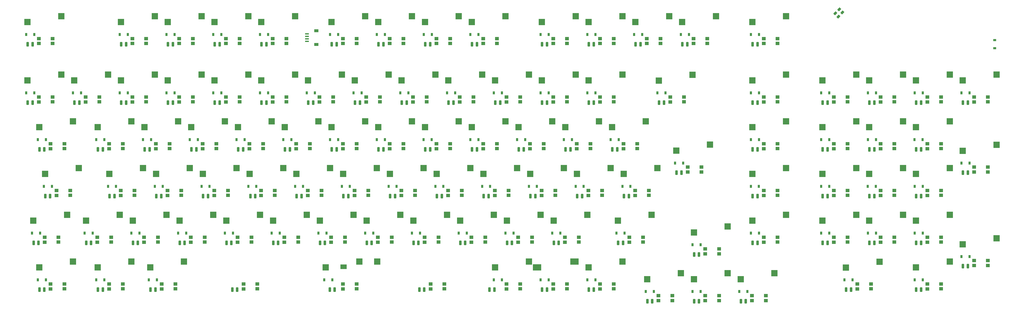
<source format=gbr>
%TF.GenerationSoftware,KiCad,Pcbnew,(6.0.4)*%
%TF.CreationDate,2022-05-20T16:58:25+02:00*%
%TF.ProjectId,pcb-rounded,7063622d-726f-4756-9e64-65642e6b6963,rev?*%
%TF.SameCoordinates,Original*%
%TF.FileFunction,Paste,Bot*%
%TF.FilePolarity,Positive*%
%FSLAX46Y46*%
G04 Gerber Fmt 4.6, Leading zero omitted, Abs format (unit mm)*
G04 Created by KiCad (PCBNEW (6.0.4)) date 2022-05-20 16:58:25*
%MOMM*%
%LPD*%
G01*
G04 APERTURE LIST*
G04 Aperture macros list*
%AMRoundRect*
0 Rectangle with rounded corners*
0 $1 Rounding radius*
0 $2 $3 $4 $5 $6 $7 $8 $9 X,Y pos of 4 corners*
0 Add a 4 corners polygon primitive as box body*
4,1,4,$2,$3,$4,$5,$6,$7,$8,$9,$2,$3,0*
0 Add four circle primitives for the rounded corners*
1,1,$1+$1,$2,$3*
1,1,$1+$1,$4,$5*
1,1,$1+$1,$6,$7*
1,1,$1+$1,$8,$9*
0 Add four rect primitives between the rounded corners*
20,1,$1+$1,$2,$3,$4,$5,0*
20,1,$1+$1,$4,$5,$6,$7,0*
20,1,$1+$1,$6,$7,$8,$9,0*
20,1,$1+$1,$8,$9,$2,$3,0*%
G04 Aperture macros list end*
%ADD10R,1.600000X1.400000*%
%ADD11R,1.600000X1.420000*%
%ADD12R,1.600000X1.380000*%
%ADD13R,2.550000X2.500000*%
%ADD14R,2.570500X1.878000*%
%ADD15R,3.500998X2.500000*%
%ADD16R,3.349250X2.500000*%
%ADD17R,0.900000X1.200000*%
%ADD18RoundRect,0.250000X0.250000X0.700000X-0.250000X0.700000X-0.250000X-0.700000X0.250000X-0.700000X0*%
%ADD19RoundRect,0.250000X0.503814X0.132583X0.132583X0.503814X-0.503814X-0.132583X-0.132583X-0.503814X0*%
%ADD20R,1.800000X1.200000*%
%ADD21R,1.550000X0.600000*%
%ADD22R,1.200000X0.900000*%
G04 APERTURE END LIST*
D10*
%TO.C,D150*%
X465556250Y-223547500D03*
D11*
X465556250Y-221557500D03*
D10*
X459956250Y-221557500D03*
D12*
X459956250Y-223557500D03*
%TD*%
D10*
%TO.C,D190*%
X132181250Y-280697500D03*
D11*
X132181250Y-278707500D03*
D10*
X126581250Y-278707500D03*
D12*
X126581250Y-280707500D03*
%TD*%
D10*
%TO.C,D180*%
X298868750Y-261647500D03*
D11*
X298868750Y-259657500D03*
D10*
X293268750Y-259657500D03*
D12*
X293268750Y-261657500D03*
%TD*%
D10*
%TO.C,D115*%
X103606250Y-204497500D03*
D11*
X103606250Y-202507500D03*
D10*
X98006250Y-202507500D03*
D12*
X98006250Y-204507500D03*
%TD*%
D10*
%TO.C,D119*%
X179806250Y-204497500D03*
D11*
X179806250Y-202507500D03*
D10*
X174206250Y-202507500D03*
D12*
X174206250Y-204507500D03*
%TD*%
D13*
%TO.C,MX13*%
X373796250Y-169545000D03*
X360066250Y-171965000D03*
%TD*%
D10*
%TO.C,D135*%
X132181250Y-223547500D03*
D11*
X132181250Y-221557500D03*
D10*
X126581250Y-221557500D03*
D12*
X126581250Y-223557500D03*
%TD*%
D10*
%TO.C,D162*%
X327443750Y-242597500D03*
D11*
X327443750Y-240607500D03*
D10*
X321843750Y-240607500D03*
D12*
X321843750Y-242607500D03*
%TD*%
D13*
%TO.C,MX11*%
X335696250Y-169545000D03*
X321966250Y-171965000D03*
%TD*%
%TO.C,MX43*%
X288071250Y-212407500D03*
X274341250Y-214827500D03*
%TD*%
D10*
%TO.C,D136*%
X151231250Y-223547500D03*
D11*
X151231250Y-221557500D03*
D10*
X145631250Y-221557500D03*
D12*
X145631250Y-223557500D03*
%TD*%
D10*
%TO.C,D144*%
X303631250Y-223547500D03*
D11*
X303631250Y-221557500D03*
D10*
X298031250Y-221557500D03*
D12*
X298031250Y-223557500D03*
%TD*%
D10*
%TO.C,D158*%
X251243750Y-242597500D03*
D11*
X251243750Y-240607500D03*
D10*
X245643750Y-240607500D03*
D12*
X245643750Y-242607500D03*
%TD*%
D13*
%TO.C,MX31*%
X449996250Y-193357500D03*
X436266250Y-195777500D03*
%TD*%
D10*
%TO.C,D197*%
X375068750Y-285460000D03*
D11*
X375068750Y-283470000D03*
D10*
X369468750Y-283470000D03*
D12*
X369468750Y-285470000D03*
%TD*%
D13*
%TO.C,MX20*%
X202346250Y-193357500D03*
X188616250Y-195777500D03*
%TD*%
%TO.C,MX54*%
X178533750Y-231457500D03*
X164803750Y-233877500D03*
%TD*%
D10*
%TO.C,D134*%
X108368750Y-223547500D03*
D11*
X108368750Y-221557500D03*
D10*
X102768750Y-221557500D03*
D12*
X102768750Y-223557500D03*
%TD*%
D13*
%TO.C,MX12*%
X354746250Y-169545000D03*
X341016250Y-171965000D03*
%TD*%
%TO.C,MX51*%
X114240000Y-231457500D03*
X100510000Y-233877500D03*
%TD*%
D10*
%TO.C,D138*%
X189331250Y-223547500D03*
D11*
X189331250Y-221557500D03*
D10*
X183731250Y-221557500D03*
D12*
X183731250Y-223557500D03*
%TD*%
D10*
%TO.C,D166*%
X427456250Y-242597500D03*
D11*
X427456250Y-240607500D03*
D10*
X421856250Y-240607500D03*
D12*
X421856250Y-242607500D03*
%TD*%
D13*
%TO.C,MX77*%
X245208750Y-250507500D03*
X231478750Y-252927500D03*
%TD*%
D10*
%TO.C,D185*%
X427456250Y-261647500D03*
D11*
X427456250Y-259657500D03*
D10*
X421856250Y-259657500D03*
D12*
X421856250Y-261657500D03*
%TD*%
D10*
%TO.C,D107*%
X246481250Y-180685000D03*
D11*
X246481250Y-178695000D03*
D10*
X240881250Y-178695000D03*
D12*
X240881250Y-180695000D03*
%TD*%
D10*
%TO.C,D175*%
X203618750Y-261647500D03*
D11*
X203618750Y-259657500D03*
D10*
X198018750Y-259657500D03*
D12*
X198018750Y-261657500D03*
%TD*%
D10*
%TO.C,D170*%
X105987500Y-261647500D03*
D11*
X105987500Y-259657500D03*
D10*
X100387500Y-259657500D03*
D12*
X100387500Y-261657500D03*
%TD*%
D10*
%TO.C,D202*%
X186950000Y-280697500D03*
D11*
X186950000Y-278707500D03*
D10*
X181350000Y-278707500D03*
D12*
X181350000Y-280707500D03*
%TD*%
D10*
%TO.C,D146*%
X341731250Y-223547500D03*
D11*
X341731250Y-221557500D03*
D10*
X336131250Y-221557500D03*
D12*
X336131250Y-223557500D03*
%TD*%
D13*
%TO.C,MX79*%
X283308750Y-250507500D03*
X269578750Y-252927500D03*
%TD*%
D10*
%TO.C,D140*%
X227431250Y-223547500D03*
D11*
X227431250Y-221557500D03*
D10*
X221831250Y-221557500D03*
D12*
X221831250Y-223557500D03*
%TD*%
D13*
%TO.C,MX49*%
X449996250Y-212407500D03*
X436266250Y-214827500D03*
%TD*%
%TO.C,MX45*%
X326171250Y-212407500D03*
X312441250Y-214827500D03*
%TD*%
D10*
%TO.C,D188*%
X484606250Y-271172500D03*
D11*
X484606250Y-269182500D03*
D10*
X479006250Y-269182500D03*
D12*
X479006250Y-271182500D03*
%TD*%
D10*
%TO.C,D137*%
X170281250Y-223547500D03*
D11*
X170281250Y-221557500D03*
D10*
X164681250Y-221557500D03*
D12*
X164681250Y-223557500D03*
%TD*%
D13*
%TO.C,MX42*%
X269021250Y-212407500D03*
X255291250Y-214827500D03*
%TD*%
D10*
%TO.C,D193*%
X294106250Y-280697500D03*
D11*
X294106250Y-278707500D03*
D10*
X288506250Y-278707500D03*
D12*
X288506250Y-280707500D03*
%TD*%
D13*
%TO.C,MX10*%
X316646250Y-169545000D03*
X302916250Y-171965000D03*
%TD*%
%TO.C,MX92*%
X235827500Y-269557500D03*
X228540000Y-269557500D03*
X214810000Y-271977500D03*
D14*
X222107750Y-271666500D03*
%TD*%
D10*
%TO.C,D163*%
X346493750Y-242597500D03*
D11*
X346493750Y-240607500D03*
D10*
X340893750Y-240607500D03*
D12*
X340893750Y-242607500D03*
%TD*%
D10*
%TO.C,D139*%
X208381250Y-223547500D03*
D11*
X208381250Y-221557500D03*
D10*
X202781250Y-221557500D03*
D12*
X202781250Y-223557500D03*
%TD*%
D13*
%TO.C,MX9*%
X288071250Y-169545000D03*
X274341250Y-171965000D03*
%TD*%
%TO.C,MX18*%
X164246250Y-193357500D03*
X150516250Y-195777500D03*
%TD*%
D10*
%TO.C,D141*%
X246481250Y-223547500D03*
D11*
X246481250Y-221557500D03*
D10*
X240881250Y-221557500D03*
D12*
X240881250Y-223557500D03*
%TD*%
D10*
%TO.C,D148*%
X427456250Y-223547500D03*
D11*
X427456250Y-221557500D03*
D10*
X421856250Y-221557500D03*
D12*
X421856250Y-223557500D03*
%TD*%
D13*
%TO.C,MX15*%
X107096250Y-193357500D03*
X93366250Y-195777500D03*
%TD*%
%TO.C,MX5*%
X202346250Y-169545000D03*
X188616250Y-171965000D03*
%TD*%
%TO.C,MX21*%
X221396250Y-193357500D03*
X207666250Y-195777500D03*
%TD*%
D10*
%TO.C,D113*%
X370306250Y-180685000D03*
D11*
X370306250Y-178695000D03*
D10*
X364706250Y-178695000D03*
D12*
X364706250Y-180695000D03*
%TD*%
D10*
%TO.C,D109*%
X284581250Y-180685000D03*
D11*
X284581250Y-178695000D03*
D10*
X278981250Y-178695000D03*
D12*
X278981250Y-180695000D03*
%TD*%
D13*
%TO.C,MX84*%
X402371250Y-250507500D03*
X388641250Y-252927500D03*
%TD*%
%TO.C,MX44*%
X307121250Y-212407500D03*
X293391250Y-214827500D03*
%TD*%
D10*
%TO.C,D127*%
X332206250Y-204497500D03*
D11*
X332206250Y-202507500D03*
D10*
X326606250Y-202507500D03*
D12*
X326606250Y-204507500D03*
%TD*%
D10*
%TO.C,D167*%
X446506250Y-242597500D03*
D11*
X446506250Y-240607500D03*
D10*
X440906250Y-240607500D03*
D12*
X440906250Y-242607500D03*
%TD*%
D13*
%TO.C,MX47*%
X402371250Y-212407500D03*
X388641250Y-214827500D03*
%TD*%
%TO.C,MX32*%
X469046250Y-193357500D03*
X455316250Y-195777500D03*
%TD*%
%TO.C,MX91*%
X157102500Y-269557500D03*
X143372500Y-271977500D03*
%TD*%
%TO.C,MX36*%
X154721250Y-212407500D03*
X140991250Y-214827500D03*
%TD*%
D10*
%TO.C,D183*%
X375068750Y-266410000D03*
D11*
X375068750Y-264420000D03*
D10*
X369468750Y-264420000D03*
D12*
X369468750Y-266420000D03*
%TD*%
D10*
%TO.C,D130*%
X427456250Y-204497500D03*
D11*
X427456250Y-202507500D03*
D10*
X421856250Y-202507500D03*
D12*
X421856250Y-204507500D03*
%TD*%
D13*
%TO.C,MX71*%
X130908750Y-250507500D03*
X117178750Y-252927500D03*
%TD*%
D10*
%TO.C,D116*%
X122656250Y-204497500D03*
D11*
X122656250Y-202507500D03*
D10*
X117056250Y-202507500D03*
D12*
X117056250Y-204507500D03*
%TD*%
D10*
%TO.C,D168*%
X465556250Y-242597500D03*
D11*
X465556250Y-240607500D03*
D10*
X459956250Y-240607500D03*
D12*
X459956250Y-242607500D03*
%TD*%
D10*
%TO.C,D176*%
X222668750Y-261647500D03*
D11*
X222668750Y-259657500D03*
D10*
X217068750Y-259657500D03*
D12*
X217068750Y-261657500D03*
%TD*%
D10*
%TO.C,D110*%
X313156250Y-180685000D03*
D11*
X313156250Y-178695000D03*
D10*
X307556250Y-178695000D03*
D12*
X307556250Y-180695000D03*
%TD*%
D13*
%TO.C,MX80*%
X302358750Y-250507500D03*
X288628750Y-252927500D03*
%TD*%
D10*
%TO.C,D128*%
X360781250Y-204497500D03*
D11*
X360781250Y-202507500D03*
D10*
X355181250Y-202507500D03*
D12*
X355181250Y-204507500D03*
%TD*%
D10*
%TO.C,D118*%
X160756250Y-204497500D03*
D11*
X160756250Y-202507500D03*
D10*
X155156250Y-202507500D03*
D12*
X155156250Y-204507500D03*
%TD*%
D13*
%TO.C,MX89*%
X111858750Y-269557500D03*
X98128750Y-271977500D03*
%TD*%
%TO.C,MX66*%
X430946250Y-231457500D03*
X417216250Y-233877500D03*
%TD*%
D10*
%TO.C,D186*%
X446506250Y-261647500D03*
D11*
X446506250Y-259657500D03*
D10*
X440906250Y-259657500D03*
D12*
X440906250Y-261657500D03*
%TD*%
D13*
%TO.C,MX3*%
X164246250Y-169545000D03*
X150516250Y-171965000D03*
%TD*%
D10*
%TO.C,D171*%
X127418750Y-261647500D03*
D11*
X127418750Y-259657500D03*
D10*
X121818750Y-259657500D03*
D12*
X121818750Y-261657500D03*
%TD*%
D13*
%TO.C,MX61*%
X311883750Y-231457500D03*
X298153750Y-233877500D03*
%TD*%
%TO.C,MX100*%
X469046250Y-269557500D03*
X455316250Y-271977500D03*
%TD*%
D10*
%TO.C,D105*%
X198856250Y-180685000D03*
D11*
X198856250Y-178695000D03*
D10*
X193256250Y-178695000D03*
D12*
X193256250Y-180695000D03*
%TD*%
D13*
%TO.C,MX86*%
X449996250Y-250507500D03*
X436266250Y-252927500D03*
%TD*%
%TO.C,MX39*%
X211871250Y-212407500D03*
X198141250Y-214827500D03*
%TD*%
D10*
%TO.C,D192*%
X227431250Y-280697500D03*
D11*
X227431250Y-278707500D03*
D10*
X221831250Y-278707500D03*
D12*
X221831250Y-280707500D03*
%TD*%
D13*
%TO.C,MX87*%
X469046250Y-250507500D03*
X455316250Y-252927500D03*
%TD*%
%TO.C,MX83*%
X378558750Y-255270000D03*
X364828750Y-257690000D03*
%TD*%
%TO.C,MX78*%
X264258750Y-250507500D03*
X250528750Y-252927500D03*
%TD*%
D10*
%TO.C,D120*%
X198856250Y-204497500D03*
D11*
X198856250Y-202507500D03*
D10*
X193256250Y-202507500D03*
D12*
X193256250Y-204507500D03*
%TD*%
D10*
%TO.C,D122*%
X236956250Y-204497500D03*
D11*
X236956250Y-202507500D03*
D10*
X231356250Y-202507500D03*
D12*
X231356250Y-204507500D03*
%TD*%
D13*
%TO.C,MX40*%
X230921250Y-212407500D03*
X217191250Y-214827500D03*
%TD*%
D10*
%TO.C,D129*%
X398881250Y-204497500D03*
D11*
X398881250Y-202507500D03*
D10*
X393281250Y-202507500D03*
D12*
X393281250Y-204507500D03*
%TD*%
D10*
%TO.C,D155*%
X194093750Y-242597500D03*
D11*
X194093750Y-240607500D03*
D10*
X188493750Y-240607500D03*
D12*
X188493750Y-242607500D03*
%TD*%
D13*
%TO.C,MX81*%
X321408750Y-250507500D03*
X307678750Y-252927500D03*
%TD*%
D10*
%TO.C,D103*%
X160756250Y-180685000D03*
D11*
X160756250Y-178695000D03*
D10*
X155156250Y-178695000D03*
D12*
X155156250Y-180695000D03*
%TD*%
D13*
%TO.C,MX25*%
X297596250Y-193357500D03*
X283866250Y-195777500D03*
%TD*%
D10*
%TO.C,D106*%
X227431250Y-180685000D03*
D11*
X227431250Y-178695000D03*
D10*
X221831250Y-178695000D03*
D12*
X221831250Y-180695000D03*
%TD*%
D13*
%TO.C,MX52*%
X140433750Y-231457500D03*
X126703750Y-233877500D03*
%TD*%
D10*
%TO.C,D181*%
X317918750Y-261647500D03*
D11*
X317918750Y-259657500D03*
D10*
X312318750Y-259657500D03*
D12*
X312318750Y-261657500D03*
%TD*%
D10*
%TO.C,D184*%
X398881250Y-261647500D03*
D11*
X398881250Y-259657500D03*
D10*
X393281250Y-259657500D03*
D12*
X393281250Y-261657500D03*
%TD*%
D10*
%TO.C,D114*%
X398881250Y-180685000D03*
D11*
X398881250Y-178695000D03*
D10*
X393281250Y-178695000D03*
D12*
X393281250Y-180695000D03*
%TD*%
D13*
%TO.C,MX28*%
X364271250Y-193423639D03*
X350541250Y-195843639D03*
%TD*%
%TO.C,MX97*%
X378558750Y-274320000D03*
X364828750Y-276740000D03*
%TD*%
%TO.C,MX63*%
X349983750Y-231457500D03*
X336253750Y-233877500D03*
%TD*%
D10*
%TO.C,D156*%
X213143750Y-242597500D03*
D11*
X213143750Y-240607500D03*
D10*
X207543750Y-240607500D03*
D12*
X207543750Y-242607500D03*
%TD*%
D13*
%TO.C,MX16*%
X126146250Y-193357500D03*
X112416250Y-195777500D03*
%TD*%
D10*
%TO.C,D159*%
X270293750Y-242597500D03*
D11*
X270293750Y-240607500D03*
D10*
X264693750Y-240607500D03*
D12*
X264693750Y-242607500D03*
%TD*%
D13*
%TO.C,MX76*%
X226158750Y-250507500D03*
X212428750Y-252927500D03*
%TD*%
%TO.C,MX14*%
X402371250Y-169545000D03*
X388641250Y-171965000D03*
%TD*%
%TO.C,MX65*%
X402371250Y-231457500D03*
X388641250Y-233877500D03*
%TD*%
%TO.C,MX75*%
X207108750Y-250507500D03*
X193378750Y-252927500D03*
%TD*%
D10*
%TO.C,D172*%
X146468750Y-261647500D03*
D11*
X146468750Y-259657500D03*
D10*
X140868750Y-259657500D03*
D12*
X140868750Y-261657500D03*
%TD*%
D10*
%TO.C,D117*%
X141706250Y-204497500D03*
D11*
X141706250Y-202507500D03*
D10*
X136106250Y-202507500D03*
D12*
X136106250Y-204507500D03*
%TD*%
D10*
%TO.C,D173*%
X165518750Y-261647500D03*
D11*
X165518750Y-259657500D03*
D10*
X159918750Y-259657500D03*
D12*
X159918750Y-261657500D03*
%TD*%
D10*
%TO.C,D178*%
X260768750Y-261647500D03*
D11*
X260768750Y-259657500D03*
D10*
X255168750Y-259657500D03*
D12*
X255168750Y-261657500D03*
%TD*%
D13*
%TO.C,MX50*%
X469046250Y-212407500D03*
X455316250Y-214827500D03*
%TD*%
%TO.C,MX70*%
X109477500Y-250507500D03*
X95747500Y-252927500D03*
%TD*%
D10*
%TO.C,D199*%
X436981250Y-280697500D03*
D11*
X436981250Y-278707500D03*
D10*
X431381250Y-278707500D03*
D12*
X431381250Y-280707500D03*
%TD*%
D10*
%TO.C,D143*%
X284581250Y-223547500D03*
D11*
X284581250Y-221557500D03*
D10*
X278981250Y-221557500D03*
D12*
X278981250Y-223557500D03*
%TD*%
D10*
%TO.C,D182*%
X344112500Y-261647500D03*
D11*
X344112500Y-259657500D03*
D10*
X338512500Y-259657500D03*
D12*
X338512500Y-261657500D03*
%TD*%
D13*
%TO.C,MX33*%
X488096250Y-193357500D03*
X474366250Y-195777500D03*
%TD*%
D10*
%TO.C,D157*%
X232193750Y-242597500D03*
D11*
X232193750Y-240607500D03*
D10*
X226593750Y-240607500D03*
D12*
X226593750Y-242607500D03*
%TD*%
D13*
%TO.C,MX72*%
X149958750Y-250507500D03*
X136228750Y-252927500D03*
%TD*%
D15*
%TO.C,MX94*%
X316170749Y-269557500D03*
D16*
X300934625Y-271977500D03*
%TD*%
D13*
%TO.C,MX74*%
X188058750Y-250507500D03*
X174328750Y-252927500D03*
%TD*%
D10*
%TO.C,D196*%
X356018750Y-285460000D03*
D11*
X356018750Y-283470000D03*
D10*
X350418750Y-283470000D03*
D12*
X350418750Y-285470000D03*
%TD*%
D10*
%TO.C,D102*%
X141706250Y-180685000D03*
D11*
X141706250Y-178695000D03*
D10*
X136106250Y-178695000D03*
D12*
X136106250Y-180695000D03*
%TD*%
D10*
%TO.C,D203*%
X263150000Y-280697500D03*
D11*
X263150000Y-278707500D03*
D10*
X257550000Y-278707500D03*
D12*
X257550000Y-280707500D03*
%TD*%
D10*
%TO.C,D177*%
X241718750Y-261647500D03*
D11*
X241718750Y-259657500D03*
D10*
X236118750Y-259657500D03*
D12*
X236118750Y-261657500D03*
%TD*%
D13*
%TO.C,MX6*%
X230921250Y-169545000D03*
X217191250Y-171965000D03*
%TD*%
D10*
%TO.C,D145*%
X322681250Y-223547500D03*
D11*
X322681250Y-221557500D03*
D10*
X317081250Y-221557500D03*
D12*
X317081250Y-223557500D03*
%TD*%
D10*
%TO.C,D112*%
X351256250Y-180685000D03*
D11*
X351256250Y-178695000D03*
D10*
X345656250Y-178695000D03*
D12*
X345656250Y-180695000D03*
%TD*%
D13*
%TO.C,MX19*%
X183296250Y-193357500D03*
X169566250Y-195777500D03*
%TD*%
D10*
%TO.C,D142*%
X265531250Y-223547500D03*
D11*
X265531250Y-221557500D03*
D10*
X259931250Y-221557500D03*
D12*
X259931250Y-223557500D03*
%TD*%
D10*
%TO.C,D161*%
X308393750Y-242597500D03*
D11*
X308393750Y-240607500D03*
D10*
X302793750Y-240607500D03*
D12*
X302793750Y-242607500D03*
%TD*%
D13*
%TO.C,MX90*%
X135671250Y-269557500D03*
X121941250Y-271977500D03*
%TD*%
D10*
%TO.C,D149*%
X446506250Y-223547500D03*
D11*
X446506250Y-221557500D03*
D10*
X440906250Y-221557500D03*
D12*
X440906250Y-223557500D03*
%TD*%
D13*
%TO.C,MX69*%
X488096250Y-221998639D03*
X474366250Y-224418639D03*
%TD*%
%TO.C,MX30*%
X430946250Y-193357500D03*
X417216250Y-195777500D03*
%TD*%
%TO.C,MX85*%
X430946250Y-250507500D03*
X417216250Y-252927500D03*
%TD*%
D10*
%TO.C,D126*%
X313156250Y-204497500D03*
D11*
X313156250Y-202507500D03*
D10*
X307556250Y-202507500D03*
D12*
X307556250Y-204507500D03*
%TD*%
D13*
%TO.C,MX73*%
X169008750Y-250507500D03*
X155278750Y-252927500D03*
%TD*%
D10*
%TO.C,D195*%
X332206250Y-280697500D03*
D11*
X332206250Y-278707500D03*
D10*
X326606250Y-278707500D03*
D12*
X326606250Y-280707500D03*
%TD*%
D10*
%TO.C,D123*%
X256006250Y-204497500D03*
D11*
X256006250Y-202507500D03*
D10*
X250406250Y-202507500D03*
D12*
X250406250Y-204507500D03*
%TD*%
D13*
%TO.C,MX57*%
X235683750Y-231457500D03*
X221953750Y-233877500D03*
%TD*%
D10*
%TO.C,D179*%
X279818750Y-261647500D03*
D11*
X279818750Y-259657500D03*
D10*
X274218750Y-259657500D03*
D12*
X274218750Y-261657500D03*
%TD*%
D13*
%TO.C,MX48*%
X430946250Y-212407500D03*
X417216250Y-214827500D03*
%TD*%
D10*
%TO.C,D174*%
X184568750Y-261647500D03*
D11*
X184568750Y-259657500D03*
D10*
X178968750Y-259657500D03*
D12*
X178968750Y-261657500D03*
%TD*%
D10*
%TO.C,D147*%
X398881250Y-223547500D03*
D11*
X398881250Y-221557500D03*
D10*
X393281250Y-221557500D03*
D12*
X393281250Y-223557500D03*
%TD*%
D13*
%TO.C,MX95*%
X335696250Y-269557500D03*
X321966250Y-271977500D03*
%TD*%
%TO.C,MX98*%
X397608750Y-274320000D03*
X383878750Y-276740000D03*
%TD*%
D10*
%TO.C,D198*%
X394118750Y-285460000D03*
D11*
X394118750Y-283470000D03*
D10*
X388518750Y-283470000D03*
D12*
X388518750Y-285470000D03*
%TD*%
D10*
%TO.C,D133*%
X484606250Y-204497500D03*
D11*
X484606250Y-202507500D03*
D10*
X479006250Y-202507500D03*
D12*
X479006250Y-204507500D03*
%TD*%
D13*
%TO.C,MX55*%
X197583750Y-231457500D03*
X183853750Y-233877500D03*
%TD*%
%TO.C,MX60*%
X292833750Y-231457500D03*
X279103750Y-233877500D03*
%TD*%
D10*
%TO.C,D121*%
X217906250Y-204497500D03*
D11*
X217906250Y-202507500D03*
D10*
X212306250Y-202507500D03*
D12*
X212306250Y-204507500D03*
%TD*%
D13*
%TO.C,MX99*%
X440471250Y-269623639D03*
X426741250Y-272043639D03*
%TD*%
%TO.C,MX7*%
X249971250Y-169545000D03*
X236241250Y-171965000D03*
%TD*%
D10*
%TO.C,D187*%
X465556250Y-261647500D03*
D11*
X465556250Y-259657500D03*
D10*
X459956250Y-259657500D03*
D12*
X459956250Y-261657500D03*
%TD*%
D10*
%TO.C,D125*%
X294106250Y-204497500D03*
D11*
X294106250Y-202507500D03*
D10*
X288506250Y-202507500D03*
D12*
X288506250Y-204507500D03*
%TD*%
D13*
%TO.C,MX37*%
X173771250Y-212407500D03*
X160041250Y-214827500D03*
%TD*%
%TO.C,MX96*%
X359508750Y-274320000D03*
X345778750Y-276740000D03*
%TD*%
%TO.C,MX4*%
X183296250Y-169545000D03*
X169566250Y-171965000D03*
%TD*%
D10*
%TO.C,D154*%
X175043750Y-242597500D03*
D11*
X175043750Y-240607500D03*
D10*
X169443750Y-240607500D03*
D12*
X169443750Y-242607500D03*
%TD*%
D13*
%TO.C,MX56*%
X216633750Y-231457500D03*
X202903750Y-233877500D03*
%TD*%
D10*
%TO.C,D104*%
X179806250Y-180685000D03*
D11*
X179806250Y-178695000D03*
D10*
X174206250Y-178695000D03*
D12*
X174206250Y-180695000D03*
%TD*%
D10*
%TO.C,D153*%
X155993750Y-242597500D03*
D11*
X155993750Y-240607500D03*
D10*
X150393750Y-240607500D03*
D12*
X150393750Y-242607500D03*
%TD*%
D10*
%TO.C,D124*%
X275056250Y-204497500D03*
D11*
X275056250Y-202507500D03*
D10*
X269456250Y-202507500D03*
D12*
X269456250Y-204507500D03*
%TD*%
D10*
%TO.C,D200*%
X465556250Y-280697500D03*
D11*
X465556250Y-278707500D03*
D10*
X459956250Y-278707500D03*
D12*
X459956250Y-280707500D03*
%TD*%
D13*
%TO.C,MX46*%
X345221250Y-212407500D03*
X331491250Y-214827500D03*
%TD*%
%TO.C,MX22*%
X240446250Y-193357500D03*
X226716250Y-195777500D03*
%TD*%
D10*
%TO.C,D194*%
X313156250Y-280697500D03*
D11*
X313156250Y-278707500D03*
D10*
X307556250Y-278707500D03*
D12*
X307556250Y-280707500D03*
%TD*%
D13*
%TO.C,MX38*%
X192821250Y-212407500D03*
X179091250Y-214827500D03*
%TD*%
%TO.C,MX23*%
X259496250Y-193357500D03*
X245766250Y-195777500D03*
%TD*%
%TO.C,MX27*%
X335696250Y-193357500D03*
X321966250Y-195777500D03*
%TD*%
%TO.C,MX1*%
X107096250Y-169545000D03*
X93366250Y-171965000D03*
%TD*%
D10*
%TO.C,D111*%
X332206250Y-180685000D03*
D11*
X332206250Y-178695000D03*
D10*
X326606250Y-178695000D03*
D12*
X326606250Y-180695000D03*
%TD*%
D13*
%TO.C,MX93*%
X297596250Y-269557500D03*
X283866250Y-271977500D03*
%TD*%
%TO.C,MX67*%
X449996250Y-231457500D03*
X436266250Y-233877500D03*
%TD*%
%TO.C,MX8*%
X269021250Y-169545000D03*
X255291250Y-171965000D03*
%TD*%
%TO.C,MX88*%
X488096250Y-260098639D03*
X474366250Y-262518639D03*
%TD*%
D10*
%TO.C,D132*%
X465556250Y-204497500D03*
D11*
X465556250Y-202507500D03*
D10*
X459956250Y-202507500D03*
D12*
X459956250Y-204507500D03*
%TD*%
D13*
%TO.C,MX41*%
X249971250Y-212407500D03*
X236241250Y-214827500D03*
%TD*%
D10*
%TO.C,D189*%
X108368750Y-280697500D03*
D11*
X108368750Y-278707500D03*
D10*
X102768750Y-278707500D03*
D12*
X102768750Y-280707500D03*
%TD*%
D13*
%TO.C,MX17*%
X145196250Y-193357500D03*
X131466250Y-195777500D03*
%TD*%
%TO.C,MX26*%
X316646250Y-193357500D03*
X302916250Y-195777500D03*
%TD*%
D10*
%TO.C,D160*%
X289343750Y-242597500D03*
D11*
X289343750Y-240607500D03*
D10*
X283743750Y-240607500D03*
D12*
X283743750Y-242607500D03*
%TD*%
D10*
%TO.C,D131*%
X446506250Y-204497500D03*
D11*
X446506250Y-202507500D03*
D10*
X440906250Y-202507500D03*
D12*
X440906250Y-204507500D03*
%TD*%
D13*
%TO.C,MX82*%
X347602500Y-250507500D03*
X333872500Y-252927500D03*
%TD*%
D10*
%TO.C,D108*%
X265531250Y-180685000D03*
D11*
X265531250Y-178695000D03*
D10*
X259931250Y-178695000D03*
D12*
X259931250Y-180695000D03*
%TD*%
D13*
%TO.C,MX62*%
X330933750Y-231457500D03*
X317203750Y-233877500D03*
%TD*%
D10*
%TO.C,D152*%
X136943750Y-242597500D03*
D11*
X136943750Y-240607500D03*
D10*
X131343750Y-240607500D03*
D12*
X131343750Y-242607500D03*
%TD*%
D13*
%TO.C,MX34*%
X111858750Y-212407500D03*
X98128750Y-214827500D03*
%TD*%
%TO.C,MX68*%
X469046250Y-231457500D03*
X455316250Y-233877500D03*
%TD*%
D10*
%TO.C,D169*%
X484606250Y-233072500D03*
D11*
X484606250Y-231082500D03*
D10*
X479006250Y-231082500D03*
D12*
X479006250Y-233082500D03*
%TD*%
D10*
%TO.C,D191*%
X153612500Y-280697500D03*
D11*
X153612500Y-278707500D03*
D10*
X148012500Y-278707500D03*
D12*
X148012500Y-280707500D03*
%TD*%
D10*
%TO.C,D165*%
X398881250Y-242597500D03*
D11*
X398881250Y-240607500D03*
D10*
X393281250Y-240607500D03*
D12*
X393281250Y-242607500D03*
%TD*%
D13*
%TO.C,MX24*%
X278546250Y-193357500D03*
X264816250Y-195777500D03*
%TD*%
%TO.C,MX29*%
X402371250Y-193357500D03*
X388641250Y-195777500D03*
%TD*%
%TO.C,MX35*%
X135671250Y-212407500D03*
X121941250Y-214827500D03*
%TD*%
D10*
%TO.C,D164*%
X367925000Y-233072500D03*
D11*
X367925000Y-231082500D03*
D10*
X362325000Y-231082500D03*
D12*
X362325000Y-233082500D03*
%TD*%
D13*
%TO.C,MX64*%
X371415000Y-221932500D03*
X357685000Y-224352500D03*
%TD*%
D10*
%TO.C,D151*%
X110750000Y-242597500D03*
D11*
X110750000Y-240607500D03*
D10*
X105150000Y-240607500D03*
D12*
X105150000Y-242607500D03*
%TD*%
D13*
%TO.C,MX58*%
X254733750Y-231457500D03*
X241003750Y-233877500D03*
%TD*%
D10*
%TO.C,D101*%
X103606250Y-180685000D03*
D11*
X103606250Y-178695000D03*
D10*
X98006250Y-178695000D03*
D12*
X98006250Y-180695000D03*
%TD*%
D13*
%TO.C,MX53*%
X159483750Y-231457500D03*
X145753750Y-233877500D03*
%TD*%
%TO.C,MX2*%
X145196250Y-169545000D03*
X131466250Y-171965000D03*
%TD*%
%TO.C,MX59*%
X273783750Y-231457500D03*
X260053750Y-233877500D03*
%TD*%
D17*
%TO.C,D31*%
X439006250Y-200818750D03*
X435706250Y-200818750D03*
%TD*%
%TO.C,D13*%
X362806250Y-177006250D03*
X359506250Y-177006250D03*
%TD*%
D18*
%TO.C,C65*%
X224043750Y-242887500D03*
X222043750Y-242887500D03*
%TD*%
%TO.C,C48*%
X219281250Y-223837500D03*
X217281250Y-223837500D03*
%TD*%
%TO.C,C42*%
X100218750Y-223837500D03*
X98218750Y-223837500D03*
%TD*%
%TO.C,C84*%
X214518750Y-261937500D03*
X212518750Y-261937500D03*
%TD*%
D17*
%TO.C,D85*%
X419956250Y-257968750D03*
X416656250Y-257968750D03*
%TD*%
D18*
%TO.C,C14*%
X219281250Y-180975000D03*
X217281250Y-180975000D03*
%TD*%
D17*
%TO.C,D37*%
X162781250Y-219868750D03*
X159481250Y-219868750D03*
%TD*%
%TO.C,D25*%
X286606250Y-200818750D03*
X283306250Y-200818750D03*
%TD*%
D18*
%TO.C,C34*%
X305006250Y-204787500D03*
X303006250Y-204787500D03*
%TD*%
D17*
%TO.C,D71*%
X119918750Y-257968750D03*
X116618750Y-257968750D03*
%TD*%
%TO.C,D99*%
X429481250Y-277018750D03*
X426181250Y-277018750D03*
%TD*%
%TO.C,D63*%
X338993750Y-238918750D03*
X335693750Y-238918750D03*
%TD*%
D18*
%TO.C,C76*%
X457406250Y-242887500D03*
X455406250Y-242887500D03*
%TD*%
%TO.C,C90*%
X335962500Y-261937500D03*
X333962500Y-261937500D03*
%TD*%
%TO.C,C39*%
X438356250Y-204787500D03*
X436356250Y-204787500D03*
%TD*%
D17*
%TO.C,D61*%
X300893750Y-238918750D03*
X297593750Y-238918750D03*
%TD*%
%TO.C,D49*%
X439006250Y-219868750D03*
X435706250Y-219868750D03*
%TD*%
%TO.C,D1*%
X96106250Y-177006250D03*
X92806250Y-177006250D03*
%TD*%
D18*
%TO.C,C28*%
X190706250Y-204787500D03*
X188706250Y-204787500D03*
%TD*%
D17*
%TO.C,D56*%
X205643750Y-238918750D03*
X202343750Y-238918750D03*
%TD*%
D18*
%TO.C,C79*%
X119268750Y-261937500D03*
X117268750Y-261937500D03*
%TD*%
D17*
%TO.C,D94*%
X305656250Y-277018750D03*
X302356250Y-277018750D03*
%TD*%
D18*
%TO.C,C89*%
X309768750Y-261937500D03*
X307768750Y-261937500D03*
%TD*%
D19*
%TO.C,R5*%
X425345235Y-168045235D03*
X424054765Y-166754765D03*
%TD*%
D17*
%TO.C,D39*%
X200881250Y-219868750D03*
X197581250Y-219868750D03*
%TD*%
D18*
%TO.C,C108*%
X457406250Y-280987500D03*
X455406250Y-280987500D03*
%TD*%
%TO.C,C52*%
X295481250Y-223837500D03*
X293481250Y-223837500D03*
%TD*%
%TO.C,C107*%
X428831250Y-280987500D03*
X426831250Y-280987500D03*
%TD*%
%TO.C,C21*%
X362156250Y-180975000D03*
X360156250Y-180975000D03*
%TD*%
%TO.C,C68*%
X281193750Y-242887500D03*
X279193750Y-242887500D03*
%TD*%
%TO.C,C60*%
X128793750Y-242887500D03*
X126793750Y-242887500D03*
%TD*%
%TO.C,C74*%
X419306250Y-242887500D03*
X417306250Y-242887500D03*
%TD*%
D17*
%TO.C,D70*%
X98487500Y-257968750D03*
X95187500Y-257968750D03*
%TD*%
%TO.C,D91*%
X146112500Y-277018750D03*
X142812500Y-277018750D03*
%TD*%
D18*
%TO.C,C24*%
X114506250Y-204787500D03*
X112506250Y-204787500D03*
%TD*%
D17*
%TO.C,D46*%
X334231250Y-219868750D03*
X330931250Y-219868750D03*
%TD*%
%TO.C,D79*%
X272318750Y-257968750D03*
X269018750Y-257968750D03*
%TD*%
%TO.C,D22*%
X229456250Y-200818750D03*
X226156250Y-200818750D03*
%TD*%
%TO.C,D29*%
X391381250Y-200818750D03*
X388081250Y-200818750D03*
%TD*%
%TO.C,D51*%
X103312500Y-238918750D03*
X100012500Y-238918750D03*
%TD*%
%TO.C,D77*%
X234218750Y-257968750D03*
X230918750Y-257968750D03*
%TD*%
%TO.C,D17*%
X134206250Y-200818750D03*
X130906250Y-200818750D03*
%TD*%
%TO.C,D66*%
X419956250Y-238918750D03*
X416656250Y-238918750D03*
%TD*%
D18*
%TO.C,C92*%
X390731250Y-261937500D03*
X388731250Y-261937500D03*
%TD*%
%TO.C,C22*%
X390731250Y-180975000D03*
X388731250Y-180975000D03*
%TD*%
%TO.C,C30*%
X228806250Y-204787500D03*
X226806250Y-204787500D03*
%TD*%
%TO.C,C70*%
X319293750Y-242887500D03*
X317293750Y-242887500D03*
%TD*%
D17*
%TO.C,D72*%
X138968750Y-257968750D03*
X135668750Y-257968750D03*
%TD*%
D18*
%TO.C,C104*%
X347868750Y-285750000D03*
X345868750Y-285750000D03*
%TD*%
%TO.C,C72*%
X359775000Y-233362500D03*
X357775000Y-233362500D03*
%TD*%
D17*
%TO.C,D58*%
X243743750Y-238918750D03*
X240443750Y-238918750D03*
%TD*%
D18*
%TO.C,C1*%
X255000000Y-281000000D03*
X253000000Y-281000000D03*
%TD*%
D17*
%TO.C,D47*%
X391381250Y-219868750D03*
X388081250Y-219868750D03*
%TD*%
D18*
%TO.C,C96*%
X476456250Y-271462500D03*
X474456250Y-271462500D03*
%TD*%
%TO.C,C55*%
X390731250Y-223837500D03*
X388731250Y-223837500D03*
%TD*%
%TO.C,C67*%
X262143750Y-242887500D03*
X260143750Y-242887500D03*
%TD*%
D17*
%TO.C,D57*%
X224693750Y-238918750D03*
X221393750Y-238918750D03*
%TD*%
%TO.C,D75*%
X196118750Y-257968750D03*
X192818750Y-257968750D03*
%TD*%
%TO.C,D35*%
X124681250Y-219868750D03*
X121381250Y-219868750D03*
%TD*%
D18*
%TO.C,C16*%
X257381250Y-180975000D03*
X255381250Y-180975000D03*
%TD*%
D17*
%TO.C,D68*%
X458056250Y-238918750D03*
X454756250Y-238918750D03*
%TD*%
%TO.C,D80*%
X291368750Y-257968750D03*
X288068750Y-257968750D03*
%TD*%
D18*
%TO.C,C63*%
X186150000Y-242887500D03*
X184150000Y-242887500D03*
%TD*%
D17*
%TO.C,D11*%
X324706250Y-177006250D03*
X321406250Y-177006250D03*
%TD*%
D18*
%TO.C,C18*%
X305006250Y-180975000D03*
X303006250Y-180975000D03*
%TD*%
D17*
%TO.C,D97*%
X367568750Y-281781250D03*
X364268750Y-281781250D03*
%TD*%
D18*
%TO.C,C97*%
X100218750Y-280987500D03*
X98218750Y-280987500D03*
%TD*%
%TO.C,C69*%
X300243750Y-242887500D03*
X298243750Y-242887500D03*
%TD*%
D17*
%TO.C,D18*%
X153256250Y-200818750D03*
X149956250Y-200818750D03*
%TD*%
D18*
%TO.C,C15*%
X238331250Y-180975000D03*
X236331250Y-180975000D03*
%TD*%
D17*
%TO.C,D27*%
X324706250Y-200818750D03*
X321406250Y-200818750D03*
%TD*%
D18*
%TO.C,C58*%
X457406250Y-223837500D03*
X455406250Y-223837500D03*
%TD*%
D17*
%TO.C,D21*%
X210406250Y-200818750D03*
X207106250Y-200818750D03*
%TD*%
%TO.C,D42*%
X258031250Y-219868750D03*
X254731250Y-219868750D03*
%TD*%
%TO.C,D73*%
X158018750Y-257968750D03*
X154718750Y-257968750D03*
%TD*%
D18*
%TO.C,C17*%
X276431250Y-180975000D03*
X274431250Y-180975000D03*
%TD*%
D17*
%TO.C,D10*%
X305656250Y-177006250D03*
X302356250Y-177006250D03*
%TD*%
%TO.C,D5*%
X191356250Y-177006250D03*
X188056250Y-177006250D03*
%TD*%
D18*
%TO.C,C103*%
X324056250Y-280987500D03*
X322056250Y-280987500D03*
%TD*%
D17*
%TO.C,D100*%
X458056250Y-277018750D03*
X454756250Y-277018750D03*
%TD*%
D18*
%TO.C,C46*%
X181181250Y-223837500D03*
X179181250Y-223837500D03*
%TD*%
D17*
%TO.C,D83*%
X367568750Y-262731250D03*
X364268750Y-262731250D03*
%TD*%
%TO.C,D33*%
X477106250Y-200818750D03*
X473806250Y-200818750D03*
%TD*%
D20*
%TO.C,J2*%
X211050000Y-181100000D03*
X211050000Y-175500000D03*
D21*
X207175000Y-176800000D03*
X207175000Y-177800000D03*
X207175000Y-178800000D03*
X207175000Y-179800000D03*
%TD*%
D17*
%TO.C,D96*%
X348518750Y-281781250D03*
X345218750Y-281781250D03*
%TD*%
D18*
%TO.C,C73*%
X390731250Y-242887500D03*
X388731250Y-242887500D03*
%TD*%
%TO.C,C19*%
X324056250Y-180975000D03*
X322056250Y-180975000D03*
%TD*%
D17*
%TO.C,D60*%
X281843750Y-238918750D03*
X278543750Y-238918750D03*
%TD*%
%TO.C,D36*%
X143731250Y-219868750D03*
X140431250Y-219868750D03*
%TD*%
%TO.C,D9*%
X277081250Y-177006250D03*
X273781250Y-177006250D03*
%TD*%
D18*
%TO.C,C86*%
X252618750Y-261937500D03*
X250618750Y-261937500D03*
%TD*%
D17*
%TO.C,D6*%
X219931250Y-177006250D03*
X216631250Y-177006250D03*
%TD*%
D18*
%TO.C,C29*%
X209756250Y-204787500D03*
X207756250Y-204787500D03*
%TD*%
D19*
%TO.C,R4*%
X423713985Y-169713985D03*
X422423515Y-168423515D03*
%TD*%
D18*
%TO.C,C102*%
X305006250Y-280987500D03*
X303006250Y-280987500D03*
%TD*%
%TO.C,C54*%
X333581250Y-223837500D03*
X331581250Y-223837500D03*
%TD*%
D17*
%TO.C,D14*%
X391381250Y-177006250D03*
X388081250Y-177006250D03*
%TD*%
D18*
%TO.C,C106*%
X385968750Y-285750000D03*
X383968750Y-285750000D03*
%TD*%
%TO.C,C61*%
X147843750Y-242887500D03*
X145843750Y-242887500D03*
%TD*%
%TO.C,C36*%
X352631250Y-204787500D03*
X350631250Y-204787500D03*
%TD*%
D17*
%TO.C,D86*%
X439006250Y-257968750D03*
X435706250Y-257968750D03*
%TD*%
%TO.C,D16*%
X115156250Y-200818750D03*
X111856250Y-200818750D03*
%TD*%
D18*
%TO.C,C100*%
X218487500Y-280987500D03*
X216487500Y-280987500D03*
%TD*%
%TO.C,C71*%
X338343750Y-242887500D03*
X336343750Y-242887500D03*
%TD*%
%TO.C,C43*%
X124031250Y-223837500D03*
X122031250Y-223837500D03*
%TD*%
%TO.C,C77*%
X476456250Y-233362500D03*
X474456250Y-233362500D03*
%TD*%
D17*
%TO.C,D24*%
X267556250Y-200818750D03*
X264256250Y-200818750D03*
%TD*%
%TO.C,D87*%
X458056250Y-257968750D03*
X454756250Y-257968750D03*
%TD*%
D18*
%TO.C,C10*%
X133556250Y-180975000D03*
X131556250Y-180975000D03*
%TD*%
D17*
%TO.C,D93*%
X286606250Y-277018750D03*
X283306250Y-277018750D03*
%TD*%
D18*
%TO.C,C109*%
X178800000Y-280987500D03*
X176800000Y-280987500D03*
%TD*%
%TO.C,C59*%
X102600000Y-242887500D03*
X100600000Y-242887500D03*
%TD*%
D17*
%TO.C,D88*%
X477106250Y-267493750D03*
X473806250Y-267493750D03*
%TD*%
D18*
%TO.C,C56*%
X419306250Y-223837500D03*
X417306250Y-223837500D03*
%TD*%
D17*
%TO.C,D7*%
X238981250Y-177006250D03*
X235681250Y-177006250D03*
%TD*%
%TO.C,D64*%
X360425000Y-229393750D03*
X357125000Y-229393750D03*
%TD*%
D18*
%TO.C,C66*%
X243093750Y-242887500D03*
X241093750Y-242887500D03*
%TD*%
D17*
%TO.C,D90*%
X124681250Y-277018750D03*
X121381250Y-277018750D03*
%TD*%
%TO.C,D44*%
X296131250Y-219868750D03*
X292831250Y-219868750D03*
%TD*%
D18*
%TO.C,C57*%
X438356250Y-223837500D03*
X436356250Y-223837500D03*
%TD*%
%TO.C,C64*%
X204993750Y-242887500D03*
X202993750Y-242887500D03*
%TD*%
D17*
%TO.C,D28*%
X353281250Y-200818750D03*
X349981250Y-200818750D03*
%TD*%
%TO.C,D53*%
X148493750Y-238918750D03*
X145193750Y-238918750D03*
%TD*%
D18*
%TO.C,C49*%
X238331250Y-223837500D03*
X236331250Y-223837500D03*
%TD*%
%TO.C,C88*%
X290718750Y-261937500D03*
X288718750Y-261937500D03*
%TD*%
%TO.C,C62*%
X166893750Y-242887500D03*
X164893750Y-242887500D03*
%TD*%
D17*
%TO.C,D84*%
X391381250Y-257968750D03*
X388081250Y-257968750D03*
%TD*%
D18*
%TO.C,C11*%
X152606250Y-180975000D03*
X150606250Y-180975000D03*
%TD*%
D17*
%TO.C,D82*%
X336612500Y-257968750D03*
X333312500Y-257968750D03*
%TD*%
D18*
%TO.C,C20*%
X343106250Y-180975000D03*
X341106250Y-180975000D03*
%TD*%
%TO.C,C27*%
X171656250Y-204787500D03*
X169656250Y-204787500D03*
%TD*%
%TO.C,C33*%
X285956250Y-204787500D03*
X283956250Y-204787500D03*
%TD*%
%TO.C,C31*%
X247856250Y-204787500D03*
X245856250Y-204787500D03*
%TD*%
%TO.C,C23*%
X95456250Y-204787500D03*
X93456250Y-204787500D03*
%TD*%
%TO.C,C45*%
X162131250Y-223837500D03*
X160131250Y-223837500D03*
%TD*%
D17*
%TO.C,D15*%
X96106250Y-200818750D03*
X92806250Y-200818750D03*
%TD*%
D18*
%TO.C,C25*%
X133556250Y-204787500D03*
X131556250Y-204787500D03*
%TD*%
D17*
%TO.C,D48*%
X419956250Y-219868750D03*
X416656250Y-219868750D03*
%TD*%
D18*
%TO.C,C53*%
X314531250Y-223837500D03*
X312531250Y-223837500D03*
%TD*%
D17*
%TO.C,D41*%
X238981250Y-219868750D03*
X235681250Y-219868750D03*
%TD*%
%TO.C,D92*%
X217550000Y-277018750D03*
X214250000Y-277018750D03*
%TD*%
D18*
%TO.C,C87*%
X271668750Y-261937500D03*
X269668750Y-261937500D03*
%TD*%
D17*
%TO.C,D65*%
X391318750Y-238918750D03*
X388018750Y-238918750D03*
%TD*%
D18*
%TO.C,C82*%
X176418750Y-261937500D03*
X174418750Y-261937500D03*
%TD*%
%TO.C,C47*%
X200231250Y-223837500D03*
X198231250Y-223837500D03*
%TD*%
D17*
%TO.C,D55*%
X186593750Y-238918750D03*
X183293750Y-238918750D03*
%TD*%
D18*
%TO.C,C9*%
X95456250Y-180975000D03*
X93456250Y-180975000D03*
%TD*%
%TO.C,C35*%
X324056250Y-204787500D03*
X322056250Y-204787500D03*
%TD*%
D17*
%TO.C,D98*%
X386618750Y-281781250D03*
X383318750Y-281781250D03*
%TD*%
D18*
%TO.C,C12*%
X171656250Y-180975000D03*
X169656250Y-180975000D03*
%TD*%
D17*
%TO.C,D12*%
X343756250Y-177006250D03*
X340456250Y-177006250D03*
%TD*%
D18*
%TO.C,C40*%
X457406250Y-204787500D03*
X455406250Y-204787500D03*
%TD*%
%TO.C,C101*%
X283575000Y-280987500D03*
X281575000Y-280987500D03*
%TD*%
%TO.C,C38*%
X419306250Y-204787500D03*
X417306250Y-204787500D03*
%TD*%
D17*
%TO.C,D34*%
X100868750Y-219868750D03*
X97568750Y-219868750D03*
%TD*%
%TO.C,D69*%
X477106250Y-229393750D03*
X473806250Y-229393750D03*
%TD*%
D18*
%TO.C,C98*%
X124031250Y-280987500D03*
X122031250Y-280987500D03*
%TD*%
D17*
%TO.C,D67*%
X438943750Y-238918750D03*
X435643750Y-238918750D03*
%TD*%
D18*
%TO.C,C41*%
X476456250Y-204787500D03*
X474456250Y-204787500D03*
%TD*%
D17*
%TO.C,D81*%
X310418750Y-257968750D03*
X307118750Y-257968750D03*
%TD*%
D18*
%TO.C,C50*%
X257381250Y-223837500D03*
X255381250Y-223837500D03*
%TD*%
%TO.C,C80*%
X138318750Y-261937500D03*
X136318750Y-261937500D03*
%TD*%
D17*
%TO.C,D62*%
X319943750Y-238918750D03*
X316643750Y-238918750D03*
%TD*%
%TO.C,D59*%
X262793750Y-238918750D03*
X259493750Y-238918750D03*
%TD*%
D18*
%TO.C,C51*%
X276431250Y-223837500D03*
X274431250Y-223837500D03*
%TD*%
D17*
%TO.C,D45*%
X315181250Y-219868750D03*
X311881250Y-219868750D03*
%TD*%
%TO.C,D32*%
X458056250Y-200818750D03*
X454756250Y-200818750D03*
%TD*%
D18*
%TO.C,C75*%
X438356250Y-242887500D03*
X436356250Y-242887500D03*
%TD*%
D17*
%TO.C,D52*%
X129443750Y-238918750D03*
X126143750Y-238918750D03*
%TD*%
D18*
%TO.C,C95*%
X457406250Y-261937500D03*
X455406250Y-261937500D03*
%TD*%
D17*
%TO.C,D4*%
X172306250Y-177006250D03*
X169006250Y-177006250D03*
%TD*%
D18*
%TO.C,C94*%
X438356250Y-261937500D03*
X436356250Y-261937500D03*
%TD*%
%TO.C,C91*%
X366918750Y-266700000D03*
X364918750Y-266700000D03*
%TD*%
%TO.C,C81*%
X157368750Y-261937500D03*
X155368750Y-261937500D03*
%TD*%
D17*
%TO.C,D50*%
X457993750Y-219868750D03*
X454693750Y-219868750D03*
%TD*%
D18*
%TO.C,C37*%
X390731250Y-204787500D03*
X388731250Y-204787500D03*
%TD*%
D17*
%TO.C,D8*%
X258093750Y-177006250D03*
X254793750Y-177006250D03*
%TD*%
D18*
%TO.C,C93*%
X419306250Y-261937500D03*
X417306250Y-261937500D03*
%TD*%
D17*
%TO.C,D26*%
X305656250Y-200818750D03*
X302356250Y-200818750D03*
%TD*%
D18*
%TO.C,C85*%
X233568750Y-261937500D03*
X231568750Y-261937500D03*
%TD*%
D17*
%TO.C,D2*%
X134206250Y-177006250D03*
X130906250Y-177006250D03*
%TD*%
D18*
%TO.C,C78*%
X97837500Y-261937500D03*
X95837500Y-261937500D03*
%TD*%
D17*
%TO.C,D19*%
X172306250Y-200818750D03*
X169006250Y-200818750D03*
%TD*%
D18*
%TO.C,C13*%
X190706250Y-180975000D03*
X188706250Y-180975000D03*
%TD*%
D17*
%TO.C,D89*%
X100868750Y-277018750D03*
X97568750Y-277018750D03*
%TD*%
D18*
%TO.C,C99*%
X145462500Y-280987500D03*
X143462500Y-280987500D03*
%TD*%
D17*
%TO.C,D78*%
X253268750Y-257968750D03*
X249968750Y-257968750D03*
%TD*%
%TO.C,D54*%
X167543750Y-238918750D03*
X164243750Y-238918750D03*
%TD*%
%TO.C,D76*%
X215168750Y-257968750D03*
X211868750Y-257968750D03*
%TD*%
%TO.C,D38*%
X181831250Y-219868750D03*
X178531250Y-219868750D03*
%TD*%
%TO.C,D95*%
X324706250Y-277018750D03*
X321406250Y-277018750D03*
%TD*%
%TO.C,D30*%
X419956250Y-200818750D03*
X416656250Y-200818750D03*
%TD*%
D18*
%TO.C,C26*%
X152606250Y-204787500D03*
X150606250Y-204787500D03*
%TD*%
D17*
%TO.C,D74*%
X177068750Y-257968750D03*
X173768750Y-257968750D03*
%TD*%
D18*
%TO.C,C83*%
X195468750Y-261937500D03*
X193468750Y-261937500D03*
%TD*%
%TO.C,C44*%
X143081250Y-223837500D03*
X141081250Y-223837500D03*
%TD*%
%TO.C,C105*%
X366918750Y-285750000D03*
X364918750Y-285750000D03*
%TD*%
D17*
%TO.C,D3*%
X153256250Y-177006250D03*
X149956250Y-177006250D03*
%TD*%
D18*
%TO.C,C32*%
X266906250Y-204787500D03*
X264906250Y-204787500D03*
%TD*%
D17*
%TO.C,D43*%
X277081250Y-219868750D03*
X273781250Y-219868750D03*
%TD*%
D22*
%TO.C,D201*%
X487362500Y-182625000D03*
X487362500Y-179325000D03*
%TD*%
D17*
%TO.C,D20*%
X191356250Y-200818750D03*
X188056250Y-200818750D03*
%TD*%
%TO.C,D23*%
X248506250Y-200818750D03*
X245206250Y-200818750D03*
%TD*%
%TO.C,D40*%
X219931250Y-219868750D03*
X216631250Y-219868750D03*
%TD*%
M02*

</source>
